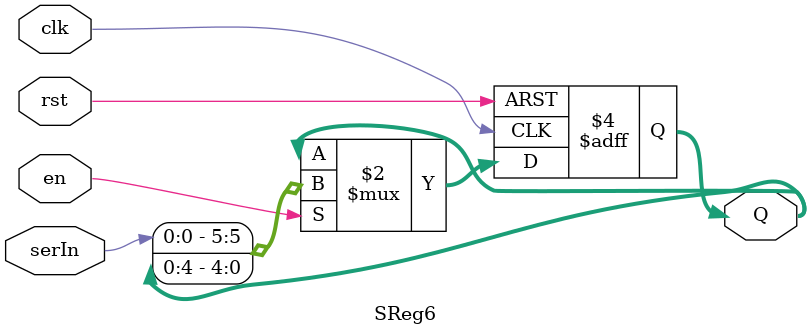
<source format=sv>
`timescale 1ns/1ns
module SReg6 (input en, input serIn, input clk, input rst, output logic [0:5] Q);
  always @ (negedge clk, posedge rst) begin
    #145;
    if (rst) Q <= 5'b00000;
    else
      if (en) Q <= {serIn, Q[0:4]};
  end
endmodule
</source>
